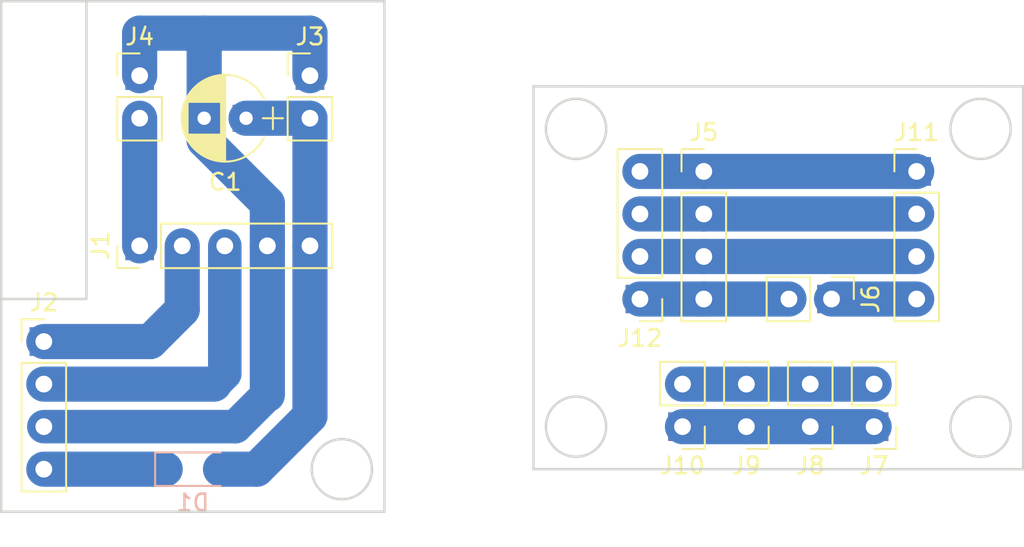
<source format=kicad_pcb>
(kicad_pcb (version 4) (host pcbnew 4.0.7)

  (general
    (links 27)
    (no_connects 1)
    (area 134.544999 85.014999 195.655001 117.915)
    (thickness 1.6)
    (drawings 23)
    (tracks 54)
    (zones 0)
    (modules 14)
    (nets 13)
  )

  (page A4)
  (layers
    (0 F.Cu signal)
    (31 B.Cu signal)
    (32 B.Adhes user)
    (33 F.Adhes user)
    (34 B.Paste user)
    (35 F.Paste user)
    (36 B.SilkS user)
    (37 F.SilkS user)
    (38 B.Mask user)
    (39 F.Mask user)
    (40 Dwgs.User user)
    (41 Cmts.User user)
    (42 Eco1.User user)
    (43 Eco2.User user)
    (44 Edge.Cuts user)
    (45 Margin user)
    (46 B.CrtYd user)
    (47 F.CrtYd user)
    (48 B.Fab user)
    (49 F.Fab user)
  )

  (setup
    (last_trace_width 2.1)
    (trace_clearance 0.2)
    (zone_clearance 0.508)
    (zone_45_only no)
    (trace_min 0.2)
    (segment_width 0.2)
    (edge_width 0.15)
    (via_size 0.6)
    (via_drill 0.4)
    (via_min_size 0.4)
    (via_min_drill 0.3)
    (uvia_size 0.3)
    (uvia_drill 0.1)
    (uvias_allowed no)
    (uvia_min_size 0.2)
    (uvia_min_drill 0.1)
    (pcb_text_width 0.3)
    (pcb_text_size 1.5 1.5)
    (mod_edge_width 0.15)
    (mod_text_size 1 1)
    (mod_text_width 0.15)
    (pad_size 1.524 1.524)
    (pad_drill 0.762)
    (pad_to_mask_clearance 0.2)
    (aux_axis_origin 0 0)
    (visible_elements FFFFFF7F)
    (pcbplotparams
      (layerselection 0x00030_80000001)
      (usegerberextensions false)
      (excludeedgelayer true)
      (linewidth 0.100000)
      (plotframeref false)
      (viasonmask false)
      (mode 1)
      (useauxorigin false)
      (hpglpennumber 1)
      (hpglpenspeed 20)
      (hpglpendiameter 15)
      (hpglpenoverlay 2)
      (psnegative false)
      (psa4output false)
      (plotreference true)
      (plotvalue true)
      (plotinvisibletext false)
      (padsonsilk false)
      (subtractmaskfromsilk false)
      (outputformat 1)
      (mirror false)
      (drillshape 1)
      (scaleselection 1)
      (outputdirectory ""))
  )

  (net 0 "")
  (net 1 /VCC)
  (net 2 /GND)
  (net 3 /SET)
  (net 4 /TXD)
  (net 5 /RXD)
  (net 6 "Net-(J11-Pad1)")
  (net 7 "Net-(J11-Pad2)")
  (net 8 "Net-(J11-Pad3)")
  (net 9 "Net-(J12-Pad1)")
  (net 10 "Net-(J11-Pad4)")
  (net 11 "Net-(J10-Pad1)")
  (net 12 "Net-(J10-Pad2)")

  (net_class Default "Это класс цепей по умолчанию."
    (clearance 0.2)
    (trace_width 2.1)
    (via_dia 0.6)
    (via_drill 0.4)
    (uvia_dia 0.3)
    (uvia_drill 0.1)
    (add_net /GND)
    (add_net /RXD)
    (add_net /SET)
    (add_net /TXD)
    (add_net /VCC)
    (add_net "Net-(J10-Pad1)")
    (add_net "Net-(J10-Pad2)")
    (add_net "Net-(J11-Pad1)")
    (add_net "Net-(J11-Pad2)")
    (add_net "Net-(J11-Pad3)")
    (add_net "Net-(J11-Pad4)")
    (add_net "Net-(J12-Pad1)")
  )

  (module Capacitors_ThroughHole:CP_Radial_D5.0mm_P2.50mm (layer F.Cu) (tedit 597BC7C2) (tstamp 5AE10A8A)
    (at 149.225 92.075 180)
    (descr "CP, Radial series, Radial, pin pitch=2.50mm, , diameter=5mm, Electrolytic Capacitor")
    (tags "CP Radial series Radial pin pitch 2.50mm  diameter 5mm Electrolytic Capacitor")
    (path /5AE0FC1E)
    (fp_text reference C1 (at 1.25 -3.81 180) (layer F.SilkS)
      (effects (font (size 1 1) (thickness 0.15)))
    )
    (fp_text value CP (at 1.25 3.81 180) (layer F.Fab)
      (effects (font (size 1 1) (thickness 0.15)))
    )
    (fp_arc (start 1.25 0) (end -1.05558 -1.18) (angle 125.8) (layer F.SilkS) (width 0.12))
    (fp_arc (start 1.25 0) (end -1.05558 1.18) (angle -125.8) (layer F.SilkS) (width 0.12))
    (fp_arc (start 1.25 0) (end 3.55558 -1.18) (angle 54.2) (layer F.SilkS) (width 0.12))
    (fp_circle (center 1.25 0) (end 3.75 0) (layer F.Fab) (width 0.1))
    (fp_line (start -2.2 0) (end -1 0) (layer F.Fab) (width 0.1))
    (fp_line (start -1.6 -0.65) (end -1.6 0.65) (layer F.Fab) (width 0.1))
    (fp_line (start 1.25 -2.55) (end 1.25 2.55) (layer F.SilkS) (width 0.12))
    (fp_line (start 1.29 -2.55) (end 1.29 2.55) (layer F.SilkS) (width 0.12))
    (fp_line (start 1.33 -2.549) (end 1.33 2.549) (layer F.SilkS) (width 0.12))
    (fp_line (start 1.37 -2.548) (end 1.37 2.548) (layer F.SilkS) (width 0.12))
    (fp_line (start 1.41 -2.546) (end 1.41 2.546) (layer F.SilkS) (width 0.12))
    (fp_line (start 1.45 -2.543) (end 1.45 2.543) (layer F.SilkS) (width 0.12))
    (fp_line (start 1.49 -2.539) (end 1.49 2.539) (layer F.SilkS) (width 0.12))
    (fp_line (start 1.53 -2.535) (end 1.53 -0.98) (layer F.SilkS) (width 0.12))
    (fp_line (start 1.53 0.98) (end 1.53 2.535) (layer F.SilkS) (width 0.12))
    (fp_line (start 1.57 -2.531) (end 1.57 -0.98) (layer F.SilkS) (width 0.12))
    (fp_line (start 1.57 0.98) (end 1.57 2.531) (layer F.SilkS) (width 0.12))
    (fp_line (start 1.61 -2.525) (end 1.61 -0.98) (layer F.SilkS) (width 0.12))
    (fp_line (start 1.61 0.98) (end 1.61 2.525) (layer F.SilkS) (width 0.12))
    (fp_line (start 1.65 -2.519) (end 1.65 -0.98) (layer F.SilkS) (width 0.12))
    (fp_line (start 1.65 0.98) (end 1.65 2.519) (layer F.SilkS) (width 0.12))
    (fp_line (start 1.69 -2.513) (end 1.69 -0.98) (layer F.SilkS) (width 0.12))
    (fp_line (start 1.69 0.98) (end 1.69 2.513) (layer F.SilkS) (width 0.12))
    (fp_line (start 1.73 -2.506) (end 1.73 -0.98) (layer F.SilkS) (width 0.12))
    (fp_line (start 1.73 0.98) (end 1.73 2.506) (layer F.SilkS) (width 0.12))
    (fp_line (start 1.77 -2.498) (end 1.77 -0.98) (layer F.SilkS) (width 0.12))
    (fp_line (start 1.77 0.98) (end 1.77 2.498) (layer F.SilkS) (width 0.12))
    (fp_line (start 1.81 -2.489) (end 1.81 -0.98) (layer F.SilkS) (width 0.12))
    (fp_line (start 1.81 0.98) (end 1.81 2.489) (layer F.SilkS) (width 0.12))
    (fp_line (start 1.85 -2.48) (end 1.85 -0.98) (layer F.SilkS) (width 0.12))
    (fp_line (start 1.85 0.98) (end 1.85 2.48) (layer F.SilkS) (width 0.12))
    (fp_line (start 1.89 -2.47) (end 1.89 -0.98) (layer F.SilkS) (width 0.12))
    (fp_line (start 1.89 0.98) (end 1.89 2.47) (layer F.SilkS) (width 0.12))
    (fp_line (start 1.93 -2.46) (end 1.93 -0.98) (layer F.SilkS) (width 0.12))
    (fp_line (start 1.93 0.98) (end 1.93 2.46) (layer F.SilkS) (width 0.12))
    (fp_line (start 1.971 -2.448) (end 1.971 -0.98) (layer F.SilkS) (width 0.12))
    (fp_line (start 1.971 0.98) (end 1.971 2.448) (layer F.SilkS) (width 0.12))
    (fp_line (start 2.011 -2.436) (end 2.011 -0.98) (layer F.SilkS) (width 0.12))
    (fp_line (start 2.011 0.98) (end 2.011 2.436) (layer F.SilkS) (width 0.12))
    (fp_line (start 2.051 -2.424) (end 2.051 -0.98) (layer F.SilkS) (width 0.12))
    (fp_line (start 2.051 0.98) (end 2.051 2.424) (layer F.SilkS) (width 0.12))
    (fp_line (start 2.091 -2.41) (end 2.091 -0.98) (layer F.SilkS) (width 0.12))
    (fp_line (start 2.091 0.98) (end 2.091 2.41) (layer F.SilkS) (width 0.12))
    (fp_line (start 2.131 -2.396) (end 2.131 -0.98) (layer F.SilkS) (width 0.12))
    (fp_line (start 2.131 0.98) (end 2.131 2.396) (layer F.SilkS) (width 0.12))
    (fp_line (start 2.171 -2.382) (end 2.171 -0.98) (layer F.SilkS) (width 0.12))
    (fp_line (start 2.171 0.98) (end 2.171 2.382) (layer F.SilkS) (width 0.12))
    (fp_line (start 2.211 -2.366) (end 2.211 -0.98) (layer F.SilkS) (width 0.12))
    (fp_line (start 2.211 0.98) (end 2.211 2.366) (layer F.SilkS) (width 0.12))
    (fp_line (start 2.251 -2.35) (end 2.251 -0.98) (layer F.SilkS) (width 0.12))
    (fp_line (start 2.251 0.98) (end 2.251 2.35) (layer F.SilkS) (width 0.12))
    (fp_line (start 2.291 -2.333) (end 2.291 -0.98) (layer F.SilkS) (width 0.12))
    (fp_line (start 2.291 0.98) (end 2.291 2.333) (layer F.SilkS) (width 0.12))
    (fp_line (start 2.331 -2.315) (end 2.331 -0.98) (layer F.SilkS) (width 0.12))
    (fp_line (start 2.331 0.98) (end 2.331 2.315) (layer F.SilkS) (width 0.12))
    (fp_line (start 2.371 -2.296) (end 2.371 -0.98) (layer F.SilkS) (width 0.12))
    (fp_line (start 2.371 0.98) (end 2.371 2.296) (layer F.SilkS) (width 0.12))
    (fp_line (start 2.411 -2.276) (end 2.411 -0.98) (layer F.SilkS) (width 0.12))
    (fp_line (start 2.411 0.98) (end 2.411 2.276) (layer F.SilkS) (width 0.12))
    (fp_line (start 2.451 -2.256) (end 2.451 -0.98) (layer F.SilkS) (width 0.12))
    (fp_line (start 2.451 0.98) (end 2.451 2.256) (layer F.SilkS) (width 0.12))
    (fp_line (start 2.491 -2.234) (end 2.491 -0.98) (layer F.SilkS) (width 0.12))
    (fp_line (start 2.491 0.98) (end 2.491 2.234) (layer F.SilkS) (width 0.12))
    (fp_line (start 2.531 -2.212) (end 2.531 -0.98) (layer F.SilkS) (width 0.12))
    (fp_line (start 2.531 0.98) (end 2.531 2.212) (layer F.SilkS) (width 0.12))
    (fp_line (start 2.571 -2.189) (end 2.571 -0.98) (layer F.SilkS) (width 0.12))
    (fp_line (start 2.571 0.98) (end 2.571 2.189) (layer F.SilkS) (width 0.12))
    (fp_line (start 2.611 -2.165) (end 2.611 -0.98) (layer F.SilkS) (width 0.12))
    (fp_line (start 2.611 0.98) (end 2.611 2.165) (layer F.SilkS) (width 0.12))
    (fp_line (start 2.651 -2.14) (end 2.651 -0.98) (layer F.SilkS) (width 0.12))
    (fp_line (start 2.651 0.98) (end 2.651 2.14) (layer F.SilkS) (width 0.12))
    (fp_line (start 2.691 -2.113) (end 2.691 -0.98) (layer F.SilkS) (width 0.12))
    (fp_line (start 2.691 0.98) (end 2.691 2.113) (layer F.SilkS) (width 0.12))
    (fp_line (start 2.731 -2.086) (end 2.731 -0.98) (layer F.SilkS) (width 0.12))
    (fp_line (start 2.731 0.98) (end 2.731 2.086) (layer F.SilkS) (width 0.12))
    (fp_line (start 2.771 -2.058) (end 2.771 -0.98) (layer F.SilkS) (width 0.12))
    (fp_line (start 2.771 0.98) (end 2.771 2.058) (layer F.SilkS) (width 0.12))
    (fp_line (start 2.811 -2.028) (end 2.811 -0.98) (layer F.SilkS) (width 0.12))
    (fp_line (start 2.811 0.98) (end 2.811 2.028) (layer F.SilkS) (width 0.12))
    (fp_line (start 2.851 -1.997) (end 2.851 -0.98) (layer F.SilkS) (width 0.12))
    (fp_line (start 2.851 0.98) (end 2.851 1.997) (layer F.SilkS) (width 0.12))
    (fp_line (start 2.891 -1.965) (end 2.891 -0.98) (layer F.SilkS) (width 0.12))
    (fp_line (start 2.891 0.98) (end 2.891 1.965) (layer F.SilkS) (width 0.12))
    (fp_line (start 2.931 -1.932) (end 2.931 -0.98) (layer F.SilkS) (width 0.12))
    (fp_line (start 2.931 0.98) (end 2.931 1.932) (layer F.SilkS) (width 0.12))
    (fp_line (start 2.971 -1.897) (end 2.971 -0.98) (layer F.SilkS) (width 0.12))
    (fp_line (start 2.971 0.98) (end 2.971 1.897) (layer F.SilkS) (width 0.12))
    (fp_line (start 3.011 -1.861) (end 3.011 -0.98) (layer F.SilkS) (width 0.12))
    (fp_line (start 3.011 0.98) (end 3.011 1.861) (layer F.SilkS) (width 0.12))
    (fp_line (start 3.051 -1.823) (end 3.051 -0.98) (layer F.SilkS) (width 0.12))
    (fp_line (start 3.051 0.98) (end 3.051 1.823) (layer F.SilkS) (width 0.12))
    (fp_line (start 3.091 -1.783) (end 3.091 -0.98) (layer F.SilkS) (width 0.12))
    (fp_line (start 3.091 0.98) (end 3.091 1.783) (layer F.SilkS) (width 0.12))
    (fp_line (start 3.131 -1.742) (end 3.131 -0.98) (layer F.SilkS) (width 0.12))
    (fp_line (start 3.131 0.98) (end 3.131 1.742) (layer F.SilkS) (width 0.12))
    (fp_line (start 3.171 -1.699) (end 3.171 -0.98) (layer F.SilkS) (width 0.12))
    (fp_line (start 3.171 0.98) (end 3.171 1.699) (layer F.SilkS) (width 0.12))
    (fp_line (start 3.211 -1.654) (end 3.211 -0.98) (layer F.SilkS) (width 0.12))
    (fp_line (start 3.211 0.98) (end 3.211 1.654) (layer F.SilkS) (width 0.12))
    (fp_line (start 3.251 -1.606) (end 3.251 -0.98) (layer F.SilkS) (width 0.12))
    (fp_line (start 3.251 0.98) (end 3.251 1.606) (layer F.SilkS) (width 0.12))
    (fp_line (start 3.291 -1.556) (end 3.291 -0.98) (layer F.SilkS) (width 0.12))
    (fp_line (start 3.291 0.98) (end 3.291 1.556) (layer F.SilkS) (width 0.12))
    (fp_line (start 3.331 -1.504) (end 3.331 -0.98) (layer F.SilkS) (width 0.12))
    (fp_line (start 3.331 0.98) (end 3.331 1.504) (layer F.SilkS) (width 0.12))
    (fp_line (start 3.371 -1.448) (end 3.371 -0.98) (layer F.SilkS) (width 0.12))
    (fp_line (start 3.371 0.98) (end 3.371 1.448) (layer F.SilkS) (width 0.12))
    (fp_line (start 3.411 -1.39) (end 3.411 -0.98) (layer F.SilkS) (width 0.12))
    (fp_line (start 3.411 0.98) (end 3.411 1.39) (layer F.SilkS) (width 0.12))
    (fp_line (start 3.451 -1.327) (end 3.451 -0.98) (layer F.SilkS) (width 0.12))
    (fp_line (start 3.451 0.98) (end 3.451 1.327) (layer F.SilkS) (width 0.12))
    (fp_line (start 3.491 -1.261) (end 3.491 1.261) (layer F.SilkS) (width 0.12))
    (fp_line (start 3.531 -1.189) (end 3.531 1.189) (layer F.SilkS) (width 0.12))
    (fp_line (start 3.571 -1.112) (end 3.571 1.112) (layer F.SilkS) (width 0.12))
    (fp_line (start 3.611 -1.028) (end 3.611 1.028) (layer F.SilkS) (width 0.12))
    (fp_line (start 3.651 -0.934) (end 3.651 0.934) (layer F.SilkS) (width 0.12))
    (fp_line (start 3.691 -0.829) (end 3.691 0.829) (layer F.SilkS) (width 0.12))
    (fp_line (start 3.731 -0.707) (end 3.731 0.707) (layer F.SilkS) (width 0.12))
    (fp_line (start 3.771 -0.559) (end 3.771 0.559) (layer F.SilkS) (width 0.12))
    (fp_line (start 3.811 -0.354) (end 3.811 0.354) (layer F.SilkS) (width 0.12))
    (fp_line (start -2.2 0) (end -1 0) (layer F.SilkS) (width 0.12))
    (fp_line (start -1.6 -0.65) (end -1.6 0.65) (layer F.SilkS) (width 0.12))
    (fp_line (start -1.6 -2.85) (end -1.6 2.85) (layer F.CrtYd) (width 0.05))
    (fp_line (start -1.6 2.85) (end 4.1 2.85) (layer F.CrtYd) (width 0.05))
    (fp_line (start 4.1 2.85) (end 4.1 -2.85) (layer F.CrtYd) (width 0.05))
    (fp_line (start 4.1 -2.85) (end -1.6 -2.85) (layer F.CrtYd) (width 0.05))
    (fp_text user %R (at 1.25 0 180) (layer F.Fab)
      (effects (font (size 1 1) (thickness 0.15)))
    )
    (pad 1 thru_hole rect (at 0 0 180) (size 1.6 1.6) (drill 0.8) (layers *.Cu *.Mask)
      (net 1 /VCC))
    (pad 2 thru_hole circle (at 2.5 0 180) (size 1.6 1.6) (drill 0.8) (layers *.Cu *.Mask)
      (net 2 /GND))
    (model ${KISYS3DMOD}/Capacitors_THT.3dshapes/CP_Radial_D5.0mm_P2.50mm.wrl
      (at (xyz 0 0 0))
      (scale (xyz 1 1 1))
      (rotate (xyz 0 0 0))
    )
  )

  (module Socket_Strips:Socket_Strip_Straight_1x05_Pitch2.54mm (layer F.Cu) (tedit 58CD5446) (tstamp 5AE10A93)
    (at 142.875 99.695 90)
    (descr "Through hole straight socket strip, 1x05, 2.54mm pitch, single row")
    (tags "Through hole socket strip THT 1x05 2.54mm single row")
    (path /5AE0FB06)
    (fp_text reference J1 (at 0 -2.33 90) (layer F.SilkS)
      (effects (font (size 1 1) (thickness 0.15)))
    )
    (fp_text value HC-12 (at 0 12.49 90) (layer F.Fab)
      (effects (font (size 1 1) (thickness 0.15)))
    )
    (fp_line (start -1.27 -1.27) (end -1.27 11.43) (layer F.Fab) (width 0.1))
    (fp_line (start -1.27 11.43) (end 1.27 11.43) (layer F.Fab) (width 0.1))
    (fp_line (start 1.27 11.43) (end 1.27 -1.27) (layer F.Fab) (width 0.1))
    (fp_line (start 1.27 -1.27) (end -1.27 -1.27) (layer F.Fab) (width 0.1))
    (fp_line (start -1.33 1.27) (end -1.33 11.49) (layer F.SilkS) (width 0.12))
    (fp_line (start -1.33 11.49) (end 1.33 11.49) (layer F.SilkS) (width 0.12))
    (fp_line (start 1.33 11.49) (end 1.33 1.27) (layer F.SilkS) (width 0.12))
    (fp_line (start 1.33 1.27) (end -1.33 1.27) (layer F.SilkS) (width 0.12))
    (fp_line (start -1.33 0) (end -1.33 -1.33) (layer F.SilkS) (width 0.12))
    (fp_line (start -1.33 -1.33) (end 0 -1.33) (layer F.SilkS) (width 0.12))
    (fp_line (start -1.8 -1.8) (end -1.8 11.95) (layer F.CrtYd) (width 0.05))
    (fp_line (start -1.8 11.95) (end 1.8 11.95) (layer F.CrtYd) (width 0.05))
    (fp_line (start 1.8 11.95) (end 1.8 -1.8) (layer F.CrtYd) (width 0.05))
    (fp_line (start 1.8 -1.8) (end -1.8 -1.8) (layer F.CrtYd) (width 0.05))
    (fp_text user %R (at 0 -2.33 90) (layer F.Fab)
      (effects (font (size 1 1) (thickness 0.15)))
    )
    (pad 1 thru_hole rect (at 0 0 90) (size 1.7 1.7) (drill 1) (layers *.Cu *.Mask)
      (net 3 /SET))
    (pad 2 thru_hole oval (at 0 2.54 90) (size 1.7 1.7) (drill 1) (layers *.Cu *.Mask)
      (net 4 /TXD))
    (pad 3 thru_hole oval (at 0 5.08 90) (size 1.7 1.7) (drill 1) (layers *.Cu *.Mask)
      (net 5 /RXD))
    (pad 4 thru_hole oval (at 0 7.62 90) (size 1.7 1.7) (drill 1) (layers *.Cu *.Mask)
      (net 2 /GND))
    (pad 5 thru_hole oval (at 0 10.16 90) (size 1.7 1.7) (drill 1) (layers *.Cu *.Mask)
      (net 1 /VCC))
    (model ${KISYS3DMOD}/Socket_Strips.3dshapes/Socket_Strip_Straight_1x05_Pitch2.54mm.wrl
      (at (xyz 0 -0.2 0))
      (scale (xyz 1 1 1))
      (rotate (xyz 0 0 270))
    )
  )

  (module Socket_Strips:Socket_Strip_Straight_1x02_Pitch2.54mm (layer F.Cu) (tedit 58CD5446) (tstamp 5AE10AA6)
    (at 142.875 89.535)
    (descr "Through hole straight socket strip, 1x02, 2.54mm pitch, single row")
    (tags "Through hole socket strip THT 1x02 2.54mm single row")
    (path /5AE115BF)
    (fp_text reference J4 (at 0 -2.33) (layer F.SilkS)
      (effects (font (size 1 1) (thickness 0.15)))
    )
    (fp_text value Control (at 0 4.87) (layer F.Fab)
      (effects (font (size 1 1) (thickness 0.15)))
    )
    (fp_line (start -1.27 -1.27) (end -1.27 3.81) (layer F.Fab) (width 0.1))
    (fp_line (start -1.27 3.81) (end 1.27 3.81) (layer F.Fab) (width 0.1))
    (fp_line (start 1.27 3.81) (end 1.27 -1.27) (layer F.Fab) (width 0.1))
    (fp_line (start 1.27 -1.27) (end -1.27 -1.27) (layer F.Fab) (width 0.1))
    (fp_line (start -1.33 1.27) (end -1.33 3.87) (layer F.SilkS) (width 0.12))
    (fp_line (start -1.33 3.87) (end 1.33 3.87) (layer F.SilkS) (width 0.12))
    (fp_line (start 1.33 3.87) (end 1.33 1.27) (layer F.SilkS) (width 0.12))
    (fp_line (start 1.33 1.27) (end -1.33 1.27) (layer F.SilkS) (width 0.12))
    (fp_line (start -1.33 0) (end -1.33 -1.33) (layer F.SilkS) (width 0.12))
    (fp_line (start -1.33 -1.33) (end 0 -1.33) (layer F.SilkS) (width 0.12))
    (fp_line (start -1.8 -1.8) (end -1.8 4.35) (layer F.CrtYd) (width 0.05))
    (fp_line (start -1.8 4.35) (end 1.8 4.35) (layer F.CrtYd) (width 0.05))
    (fp_line (start 1.8 4.35) (end 1.8 -1.8) (layer F.CrtYd) (width 0.05))
    (fp_line (start 1.8 -1.8) (end -1.8 -1.8) (layer F.CrtYd) (width 0.05))
    (fp_text user %R (at 0 -2.33) (layer F.Fab)
      (effects (font (size 1 1) (thickness 0.15)))
    )
    (pad 1 thru_hole rect (at 0 0) (size 1.7 1.7) (drill 1) (layers *.Cu *.Mask)
      (net 2 /GND))
    (pad 2 thru_hole oval (at 0 2.54) (size 1.7 1.7) (drill 1) (layers *.Cu *.Mask)
      (net 3 /SET))
    (model ${KISYS3DMOD}/Socket_Strips.3dshapes/Socket_Strip_Straight_1x02_Pitch2.54mm.wrl
      (at (xyz 0 -0.05 0))
      (scale (xyz 1 1 1))
      (rotate (xyz 0 0 270))
    )
  )

  (module Diodes_SMD:D_SOD-123 (layer B.Cu) (tedit 58645DC7) (tstamp 5AE20BCD)
    (at 146.05 113.03)
    (descr SOD-123)
    (tags SOD-123)
    (path /5AE1E09E)
    (attr smd)
    (fp_text reference D1 (at 0 2) (layer B.SilkS)
      (effects (font (size 1 1) (thickness 0.15)) (justify mirror))
    )
    (fp_text value D_Small (at 0 -2.1) (layer B.Fab)
      (effects (font (size 1 1) (thickness 0.15)) (justify mirror))
    )
    (fp_text user %R (at 0 2) (layer B.Fab)
      (effects (font (size 1 1) (thickness 0.15)) (justify mirror))
    )
    (fp_line (start -2.25 1) (end -2.25 -1) (layer B.SilkS) (width 0.12))
    (fp_line (start 0.25 0) (end 0.75 0) (layer B.Fab) (width 0.1))
    (fp_line (start 0.25 -0.4) (end -0.35 0) (layer B.Fab) (width 0.1))
    (fp_line (start 0.25 0.4) (end 0.25 -0.4) (layer B.Fab) (width 0.1))
    (fp_line (start -0.35 0) (end 0.25 0.4) (layer B.Fab) (width 0.1))
    (fp_line (start -0.35 0) (end -0.35 -0.55) (layer B.Fab) (width 0.1))
    (fp_line (start -0.35 0) (end -0.35 0.55) (layer B.Fab) (width 0.1))
    (fp_line (start -0.75 0) (end -0.35 0) (layer B.Fab) (width 0.1))
    (fp_line (start -1.4 -0.9) (end -1.4 0.9) (layer B.Fab) (width 0.1))
    (fp_line (start 1.4 -0.9) (end -1.4 -0.9) (layer B.Fab) (width 0.1))
    (fp_line (start 1.4 0.9) (end 1.4 -0.9) (layer B.Fab) (width 0.1))
    (fp_line (start -1.4 0.9) (end 1.4 0.9) (layer B.Fab) (width 0.1))
    (fp_line (start -2.35 1.15) (end 2.35 1.15) (layer B.CrtYd) (width 0.05))
    (fp_line (start 2.35 1.15) (end 2.35 -1.15) (layer B.CrtYd) (width 0.05))
    (fp_line (start 2.35 -1.15) (end -2.35 -1.15) (layer B.CrtYd) (width 0.05))
    (fp_line (start -2.35 1.15) (end -2.35 -1.15) (layer B.CrtYd) (width 0.05))
    (fp_line (start -2.25 -1) (end 1.65 -1) (layer B.SilkS) (width 0.12))
    (fp_line (start -2.25 1) (end 1.65 1) (layer B.SilkS) (width 0.12))
    (pad 1 smd rect (at -1.65 0) (size 0.9 1.2) (layers B.Cu B.Paste B.Mask)
      (net 1 /VCC))
    (pad 2 smd rect (at 1.65 0) (size 0.9 1.2) (layers B.Cu B.Paste B.Mask)
      (net 1 /VCC))
    (model ${KISYS3DMOD}/Diodes_SMD.3dshapes/D_SOD-123.wrl
      (at (xyz 0 0 0))
      (scale (xyz 1 1 1))
      (rotate (xyz 0 0 0))
    )
  )

  (module Pin_Headers:Pin_Header_Straight_1x04_Pitch2.54mm (layer F.Cu) (tedit 5AE30132) (tstamp 5AE20C51)
    (at 137.16 105.41)
    (descr "Through hole straight pin header, 1x04, 2.54mm pitch, single row")
    (tags "Through hole pin header THT 1x04 2.54mm single row")
    (path /5AE1E054)
    (fp_text reference J2 (at 0 -2.33) (layer F.SilkS)
      (effects (font (size 1 1) (thickness 0.15)))
    )
    (fp_text value Raspberry (at 0 -8.89 90) (layer F.Fab)
      (effects (font (size 1 1) (thickness 0.15)))
    )
    (fp_line (start -0.635 -1.27) (end 1.27 -1.27) (layer F.Fab) (width 0.1))
    (fp_line (start 1.27 -1.27) (end 1.27 8.89) (layer F.Fab) (width 0.1))
    (fp_line (start 1.27 8.89) (end -1.27 8.89) (layer F.Fab) (width 0.1))
    (fp_line (start -1.27 8.89) (end -1.27 -0.635) (layer F.Fab) (width 0.1))
    (fp_line (start -1.27 -0.635) (end -0.635 -1.27) (layer F.Fab) (width 0.1))
    (fp_line (start -1.33 8.95) (end 1.33 8.95) (layer F.SilkS) (width 0.12))
    (fp_line (start -1.33 1.27) (end -1.33 8.95) (layer F.SilkS) (width 0.12))
    (fp_line (start 1.33 1.27) (end 1.33 8.95) (layer F.SilkS) (width 0.12))
    (fp_line (start -1.33 1.27) (end 1.33 1.27) (layer F.SilkS) (width 0.12))
    (fp_line (start -1.33 0) (end -1.33 -1.33) (layer F.SilkS) (width 0.12))
    (fp_line (start -1.33 -1.33) (end 0 -1.33) (layer F.SilkS) (width 0.12))
    (fp_line (start -1.8 -1.8) (end -1.8 9.4) (layer F.CrtYd) (width 0.05))
    (fp_line (start -1.8 9.4) (end 1.8 9.4) (layer F.CrtYd) (width 0.05))
    (fp_line (start 1.8 9.4) (end 1.8 -1.8) (layer F.CrtYd) (width 0.05))
    (fp_line (start 1.8 -1.8) (end -1.8 -1.8) (layer F.CrtYd) (width 0.05))
    (fp_text user %R (at 0 3.81 90) (layer F.Fab)
      (effects (font (size 1 1) (thickness 0.15)))
    )
    (pad 1 thru_hole rect (at 0 0) (size 1.7 1.7) (drill 1) (layers *.Cu *.Mask)
      (net 4 /TXD))
    (pad 2 thru_hole oval (at 0 2.54) (size 1.7 1.7) (drill 1) (layers *.Cu *.Mask)
      (net 5 /RXD))
    (pad 3 thru_hole oval (at 0 5.08) (size 1.7 1.7) (drill 1) (layers *.Cu *.Mask)
      (net 2 /GND))
    (pad 4 thru_hole oval (at 0 7.62) (size 1.7 1.7) (drill 1) (layers *.Cu *.Mask)
      (net 1 /VCC))
    (model ${KISYS3DMOD}/Pin_Headers.3dshapes/Pin_Header_Straight_1x04_Pitch2.54mm.wrl
      (at (xyz 0 0 0))
      (scale (xyz 1 1 1))
      (rotate (xyz 0 0 0))
    )
  )

  (module Pin_Headers:Pin_Header_Straight_1x02_Pitch2.54mm (layer F.Cu) (tedit 59650532) (tstamp 5AE20C68)
    (at 153.035 89.535)
    (descr "Through hole straight pin header, 1x02, 2.54mm pitch, single row")
    (tags "Through hole pin header THT 1x02 2.54mm single row")
    (path /5AE11457)
    (fp_text reference J3 (at 0 -2.33) (layer F.SilkS)
      (effects (font (size 1 1) (thickness 0.15)))
    )
    (fp_text value Power (at 0 4.87) (layer F.Fab)
      (effects (font (size 1 1) (thickness 0.15)))
    )
    (fp_line (start -0.635 -1.27) (end 1.27 -1.27) (layer F.Fab) (width 0.1))
    (fp_line (start 1.27 -1.27) (end 1.27 3.81) (layer F.Fab) (width 0.1))
    (fp_line (start 1.27 3.81) (end -1.27 3.81) (layer F.Fab) (width 0.1))
    (fp_line (start -1.27 3.81) (end -1.27 -0.635) (layer F.Fab) (width 0.1))
    (fp_line (start -1.27 -0.635) (end -0.635 -1.27) (layer F.Fab) (width 0.1))
    (fp_line (start -1.33 3.87) (end 1.33 3.87) (layer F.SilkS) (width 0.12))
    (fp_line (start -1.33 1.27) (end -1.33 3.87) (layer F.SilkS) (width 0.12))
    (fp_line (start 1.33 1.27) (end 1.33 3.87) (layer F.SilkS) (width 0.12))
    (fp_line (start -1.33 1.27) (end 1.33 1.27) (layer F.SilkS) (width 0.12))
    (fp_line (start -1.33 0) (end -1.33 -1.33) (layer F.SilkS) (width 0.12))
    (fp_line (start -1.33 -1.33) (end 0 -1.33) (layer F.SilkS) (width 0.12))
    (fp_line (start -1.8 -1.8) (end -1.8 4.35) (layer F.CrtYd) (width 0.05))
    (fp_line (start -1.8 4.35) (end 1.8 4.35) (layer F.CrtYd) (width 0.05))
    (fp_line (start 1.8 4.35) (end 1.8 -1.8) (layer F.CrtYd) (width 0.05))
    (fp_line (start 1.8 -1.8) (end -1.8 -1.8) (layer F.CrtYd) (width 0.05))
    (fp_text user %R (at 0 1.27 90) (layer F.Fab)
      (effects (font (size 1 1) (thickness 0.15)))
    )
    (pad 1 thru_hole rect (at 0 0) (size 1.7 1.7) (drill 1) (layers *.Cu *.Mask)
      (net 2 /GND))
    (pad 2 thru_hole oval (at 0 2.54) (size 1.7 1.7) (drill 1) (layers *.Cu *.Mask)
      (net 1 /VCC))
    (model ${KISYS3DMOD}/Pin_Headers.3dshapes/Pin_Header_Straight_1x02_Pitch2.54mm.wrl
      (at (xyz 0 0 0))
      (scale (xyz 1 1 1))
      (rotate (xyz 0 0 0))
    )
  )

  (module Pin_Headers:Pin_Header_Straight_1x04_Pitch2.54mm (layer F.Cu) (tedit 5AE30767) (tstamp 5AE2FFFA)
    (at 176.53 95.25)
    (descr "Through hole straight pin header, 1x04, 2.54mm pitch, single row")
    (tags "Through hole pin header THT 1x04 2.54mm single row")
    (path /5AE2FDC1)
    (fp_text reference J5 (at 0 -2.33) (layer F.SilkS)
      (effects (font (size 1 1) (thickness 0.15)))
    )
    (fp_text value OTG (at -7.62 3.81 270) (layer F.Fab)
      (effects (font (size 1 1) (thickness 0.15)))
    )
    (fp_line (start -0.635 -1.27) (end 1.27 -1.27) (layer F.Fab) (width 0.1))
    (fp_line (start 1.27 -1.27) (end 1.27 8.89) (layer F.Fab) (width 0.1))
    (fp_line (start 1.27 8.89) (end -1.27 8.89) (layer F.Fab) (width 0.1))
    (fp_line (start -1.27 8.89) (end -1.27 -0.635) (layer F.Fab) (width 0.1))
    (fp_line (start -1.27 -0.635) (end -0.635 -1.27) (layer F.Fab) (width 0.1))
    (fp_line (start -1.33 8.95) (end 1.33 8.95) (layer F.SilkS) (width 0.12))
    (fp_line (start -1.33 1.27) (end -1.33 8.95) (layer F.SilkS) (width 0.12))
    (fp_line (start 1.33 1.27) (end 1.33 8.95) (layer F.SilkS) (width 0.12))
    (fp_line (start -1.33 1.27) (end 1.33 1.27) (layer F.SilkS) (width 0.12))
    (fp_line (start -1.33 0) (end -1.33 -1.33) (layer F.SilkS) (width 0.12))
    (fp_line (start -1.33 -1.33) (end 0 -1.33) (layer F.SilkS) (width 0.12))
    (fp_line (start -1.8 -1.8) (end -1.8 9.4) (layer F.CrtYd) (width 0.05))
    (fp_line (start -1.8 9.4) (end 1.8 9.4) (layer F.CrtYd) (width 0.05))
    (fp_line (start 1.8 9.4) (end 1.8 -1.8) (layer F.CrtYd) (width 0.05))
    (fp_line (start 1.8 -1.8) (end -1.8 -1.8) (layer F.CrtYd) (width 0.05))
    (fp_text user %R (at 0 3.81 90) (layer F.Fab)
      (effects (font (size 1 1) (thickness 0.15)))
    )
    (pad 1 thru_hole rect (at 0 0) (size 1.7 1.7) (drill 1) (layers *.Cu *.Mask)
      (net 6 "Net-(J11-Pad1)"))
    (pad 2 thru_hole oval (at 0 2.54) (size 1.7 1.7) (drill 1) (layers *.Cu *.Mask)
      (net 7 "Net-(J11-Pad2)"))
    (pad 3 thru_hole oval (at 0 5.08) (size 1.7 1.7) (drill 1) (layers *.Cu *.Mask)
      (net 8 "Net-(J11-Pad3)"))
    (pad 4 thru_hole oval (at 0 7.62) (size 1.7 1.7) (drill 1) (layers *.Cu *.Mask)
      (net 9 "Net-(J12-Pad1)"))
    (model ${KISYS3DMOD}/Pin_Headers.3dshapes/Pin_Header_Straight_1x04_Pitch2.54mm.wrl
      (at (xyz 0 0 0))
      (scale (xyz 1 1 1))
      (rotate (xyz 0 0 0))
    )
  )

  (module Pin_Headers:Pin_Header_Straight_1x02_Pitch2.54mm (layer F.Cu) (tedit 5AE3073E) (tstamp 5AE30000)
    (at 184.15 102.87 270)
    (descr "Through hole straight pin header, 1x02, 2.54mm pitch, single row")
    (tags "Through hole pin header THT 1x02 2.54mm single row")
    (path /5AE2FECC)
    (fp_text reference J6 (at 0 -2.33 270) (layer F.SilkS)
      (effects (font (size 1 1) (thickness 0.15)))
    )
    (fp_text value Switch (at -2.54 1.27 360) (layer F.Fab)
      (effects (font (size 1 1) (thickness 0.15)))
    )
    (fp_line (start -0.635 -1.27) (end 1.27 -1.27) (layer F.Fab) (width 0.1))
    (fp_line (start 1.27 -1.27) (end 1.27 3.81) (layer F.Fab) (width 0.1))
    (fp_line (start 1.27 3.81) (end -1.27 3.81) (layer F.Fab) (width 0.1))
    (fp_line (start -1.27 3.81) (end -1.27 -0.635) (layer F.Fab) (width 0.1))
    (fp_line (start -1.27 -0.635) (end -0.635 -1.27) (layer F.Fab) (width 0.1))
    (fp_line (start -1.33 3.87) (end 1.33 3.87) (layer F.SilkS) (width 0.12))
    (fp_line (start -1.33 1.27) (end -1.33 3.87) (layer F.SilkS) (width 0.12))
    (fp_line (start 1.33 1.27) (end 1.33 3.87) (layer F.SilkS) (width 0.12))
    (fp_line (start -1.33 1.27) (end 1.33 1.27) (layer F.SilkS) (width 0.12))
    (fp_line (start -1.33 0) (end -1.33 -1.33) (layer F.SilkS) (width 0.12))
    (fp_line (start -1.33 -1.33) (end 0 -1.33) (layer F.SilkS) (width 0.12))
    (fp_line (start -1.8 -1.8) (end -1.8 4.35) (layer F.CrtYd) (width 0.05))
    (fp_line (start -1.8 4.35) (end 1.8 4.35) (layer F.CrtYd) (width 0.05))
    (fp_line (start 1.8 4.35) (end 1.8 -1.8) (layer F.CrtYd) (width 0.05))
    (fp_line (start 1.8 -1.8) (end -1.8 -1.8) (layer F.CrtYd) (width 0.05))
    (fp_text user %R (at 0 1.27 360) (layer F.Fab)
      (effects (font (size 1 1) (thickness 0.15)))
    )
    (pad 1 thru_hole rect (at 0 0 270) (size 1.7 1.7) (drill 1) (layers *.Cu *.Mask)
      (net 10 "Net-(J11-Pad4)"))
    (pad 2 thru_hole oval (at 0 2.54 270) (size 1.7 1.7) (drill 1) (layers *.Cu *.Mask)
      (net 9 "Net-(J12-Pad1)"))
    (model ${KISYS3DMOD}/Pin_Headers.3dshapes/Pin_Header_Straight_1x02_Pitch2.54mm.wrl
      (at (xyz 0 0 0))
      (scale (xyz 1 1 1))
      (rotate (xyz 0 0 0))
    )
  )

  (module Pin_Headers:Pin_Header_Straight_1x02_Pitch2.54mm (layer F.Cu) (tedit 5AE30757) (tstamp 5AE30006)
    (at 186.69 110.49 180)
    (descr "Through hole straight pin header, 1x02, 2.54mm pitch, single row")
    (tags "Through hole pin header THT 1x02 2.54mm single row")
    (path /5AE3048D)
    (fp_text reference J7 (at 0 -2.33 180) (layer F.SilkS)
      (effects (font (size 1 1) (thickness 0.15)))
    )
    (fp_text value Conn_01x02 (at -1.27 -3.81 180) (layer F.Fab)
      (effects (font (size 1 1) (thickness 0.15)))
    )
    (fp_line (start -0.635 -1.27) (end 1.27 -1.27) (layer F.Fab) (width 0.1))
    (fp_line (start 1.27 -1.27) (end 1.27 3.81) (layer F.Fab) (width 0.1))
    (fp_line (start 1.27 3.81) (end -1.27 3.81) (layer F.Fab) (width 0.1))
    (fp_line (start -1.27 3.81) (end -1.27 -0.635) (layer F.Fab) (width 0.1))
    (fp_line (start -1.27 -0.635) (end -0.635 -1.27) (layer F.Fab) (width 0.1))
    (fp_line (start -1.33 3.87) (end 1.33 3.87) (layer F.SilkS) (width 0.12))
    (fp_line (start -1.33 1.27) (end -1.33 3.87) (layer F.SilkS) (width 0.12))
    (fp_line (start 1.33 1.27) (end 1.33 3.87) (layer F.SilkS) (width 0.12))
    (fp_line (start -1.33 1.27) (end 1.33 1.27) (layer F.SilkS) (width 0.12))
    (fp_line (start -1.33 0) (end -1.33 -1.33) (layer F.SilkS) (width 0.12))
    (fp_line (start -1.33 -1.33) (end 0 -1.33) (layer F.SilkS) (width 0.12))
    (fp_line (start -1.8 -1.8) (end -1.8 4.35) (layer F.CrtYd) (width 0.05))
    (fp_line (start -1.8 4.35) (end 1.8 4.35) (layer F.CrtYd) (width 0.05))
    (fp_line (start 1.8 4.35) (end 1.8 -1.8) (layer F.CrtYd) (width 0.05))
    (fp_line (start 1.8 -1.8) (end -1.8 -1.8) (layer F.CrtYd) (width 0.05))
    (fp_text user %R (at 0 1.27 270) (layer F.Fab)
      (effects (font (size 1 1) (thickness 0.15)))
    )
    (pad 1 thru_hole rect (at 0 0 180) (size 1.7 1.7) (drill 1) (layers *.Cu *.Mask)
      (net 11 "Net-(J10-Pad1)"))
    (pad 2 thru_hole oval (at 0 2.54 180) (size 1.7 1.7) (drill 1) (layers *.Cu *.Mask)
      (net 12 "Net-(J10-Pad2)"))
    (model ${KISYS3DMOD}/Pin_Headers.3dshapes/Pin_Header_Straight_1x02_Pitch2.54mm.wrl
      (at (xyz 0 0 0))
      (scale (xyz 1 1 1))
      (rotate (xyz 0 0 0))
    )
  )

  (module Pin_Headers:Pin_Header_Straight_1x02_Pitch2.54mm (layer F.Cu) (tedit 5AE30752) (tstamp 5AE3000C)
    (at 182.88 110.49 180)
    (descr "Through hole straight pin header, 1x02, 2.54mm pitch, single row")
    (tags "Through hole pin header THT 1x02 2.54mm single row")
    (path /5AE304DA)
    (fp_text reference J8 (at 0 -2.33 180) (layer F.SilkS)
      (effects (font (size 1 1) (thickness 0.15)))
    )
    (fp_text value Conn_01x02 (at 0 -6.35 180) (layer F.Fab)
      (effects (font (size 1 1) (thickness 0.15)))
    )
    (fp_line (start -0.635 -1.27) (end 1.27 -1.27) (layer F.Fab) (width 0.1))
    (fp_line (start 1.27 -1.27) (end 1.27 3.81) (layer F.Fab) (width 0.1))
    (fp_line (start 1.27 3.81) (end -1.27 3.81) (layer F.Fab) (width 0.1))
    (fp_line (start -1.27 3.81) (end -1.27 -0.635) (layer F.Fab) (width 0.1))
    (fp_line (start -1.27 -0.635) (end -0.635 -1.27) (layer F.Fab) (width 0.1))
    (fp_line (start -1.33 3.87) (end 1.33 3.87) (layer F.SilkS) (width 0.12))
    (fp_line (start -1.33 1.27) (end -1.33 3.87) (layer F.SilkS) (width 0.12))
    (fp_line (start 1.33 1.27) (end 1.33 3.87) (layer F.SilkS) (width 0.12))
    (fp_line (start -1.33 1.27) (end 1.33 1.27) (layer F.SilkS) (width 0.12))
    (fp_line (start -1.33 0) (end -1.33 -1.33) (layer F.SilkS) (width 0.12))
    (fp_line (start -1.33 -1.33) (end 0 -1.33) (layer F.SilkS) (width 0.12))
    (fp_line (start -1.8 -1.8) (end -1.8 4.35) (layer F.CrtYd) (width 0.05))
    (fp_line (start -1.8 4.35) (end 1.8 4.35) (layer F.CrtYd) (width 0.05))
    (fp_line (start 1.8 4.35) (end 1.8 -1.8) (layer F.CrtYd) (width 0.05))
    (fp_line (start 1.8 -1.8) (end -1.8 -1.8) (layer F.CrtYd) (width 0.05))
    (fp_text user %R (at 0 1.27 270) (layer F.Fab)
      (effects (font (size 1 1) (thickness 0.15)))
    )
    (pad 1 thru_hole rect (at 0 0 180) (size 1.7 1.7) (drill 1) (layers *.Cu *.Mask)
      (net 11 "Net-(J10-Pad1)"))
    (pad 2 thru_hole oval (at 0 2.54 180) (size 1.7 1.7) (drill 1) (layers *.Cu *.Mask)
      (net 12 "Net-(J10-Pad2)"))
    (model ${KISYS3DMOD}/Pin_Headers.3dshapes/Pin_Header_Straight_1x02_Pitch2.54mm.wrl
      (at (xyz 0 0 0))
      (scale (xyz 1 1 1))
      (rotate (xyz 0 0 0))
    )
  )

  (module Pin_Headers:Pin_Header_Straight_1x02_Pitch2.54mm (layer F.Cu) (tedit 5AE30754) (tstamp 5AE30012)
    (at 179.07 110.49 180)
    (descr "Through hole straight pin header, 1x02, 2.54mm pitch, single row")
    (tags "Through hole pin header THT 1x02 2.54mm single row")
    (path /5AE30591)
    (fp_text reference J9 (at 0 -2.33 180) (layer F.SilkS)
      (effects (font (size 1 1) (thickness 0.15)))
    )
    (fp_text value Conn_01x02 (at 0 -5.08 180) (layer F.Fab)
      (effects (font (size 1 1) (thickness 0.15)))
    )
    (fp_line (start -0.635 -1.27) (end 1.27 -1.27) (layer F.Fab) (width 0.1))
    (fp_line (start 1.27 -1.27) (end 1.27 3.81) (layer F.Fab) (width 0.1))
    (fp_line (start 1.27 3.81) (end -1.27 3.81) (layer F.Fab) (width 0.1))
    (fp_line (start -1.27 3.81) (end -1.27 -0.635) (layer F.Fab) (width 0.1))
    (fp_line (start -1.27 -0.635) (end -0.635 -1.27) (layer F.Fab) (width 0.1))
    (fp_line (start -1.33 3.87) (end 1.33 3.87) (layer F.SilkS) (width 0.12))
    (fp_line (start -1.33 1.27) (end -1.33 3.87) (layer F.SilkS) (width 0.12))
    (fp_line (start 1.33 1.27) (end 1.33 3.87) (layer F.SilkS) (width 0.12))
    (fp_line (start -1.33 1.27) (end 1.33 1.27) (layer F.SilkS) (width 0.12))
    (fp_line (start -1.33 0) (end -1.33 -1.33) (layer F.SilkS) (width 0.12))
    (fp_line (start -1.33 -1.33) (end 0 -1.33) (layer F.SilkS) (width 0.12))
    (fp_line (start -1.8 -1.8) (end -1.8 4.35) (layer F.CrtYd) (width 0.05))
    (fp_line (start -1.8 4.35) (end 1.8 4.35) (layer F.CrtYd) (width 0.05))
    (fp_line (start 1.8 4.35) (end 1.8 -1.8) (layer F.CrtYd) (width 0.05))
    (fp_line (start 1.8 -1.8) (end -1.8 -1.8) (layer F.CrtYd) (width 0.05))
    (fp_text user %R (at 0 1.27 270) (layer F.Fab)
      (effects (font (size 1 1) (thickness 0.15)))
    )
    (pad 1 thru_hole rect (at 0 0 180) (size 1.7 1.7) (drill 1) (layers *.Cu *.Mask)
      (net 11 "Net-(J10-Pad1)"))
    (pad 2 thru_hole oval (at 0 2.54 180) (size 1.7 1.7) (drill 1) (layers *.Cu *.Mask)
      (net 12 "Net-(J10-Pad2)"))
    (model ${KISYS3DMOD}/Pin_Headers.3dshapes/Pin_Header_Straight_1x02_Pitch2.54mm.wrl
      (at (xyz 0 0 0))
      (scale (xyz 1 1 1))
      (rotate (xyz 0 0 0))
    )
  )

  (module Pin_Headers:Pin_Header_Straight_1x02_Pitch2.54mm (layer F.Cu) (tedit 5AE3074C) (tstamp 5AE30018)
    (at 175.26 110.49 180)
    (descr "Through hole straight pin header, 1x02, 2.54mm pitch, single row")
    (tags "Through hole pin header THT 1x02 2.54mm single row")
    (path /5AE305F3)
    (fp_text reference J10 (at 0 -2.33 180) (layer F.SilkS)
      (effects (font (size 1 1) (thickness 0.15)))
    )
    (fp_text value Conn_01x02 (at 0 -3.81 360) (layer F.Fab)
      (effects (font (size 1 1) (thickness 0.15)))
    )
    (fp_line (start -0.635 -1.27) (end 1.27 -1.27) (layer F.Fab) (width 0.1))
    (fp_line (start 1.27 -1.27) (end 1.27 3.81) (layer F.Fab) (width 0.1))
    (fp_line (start 1.27 3.81) (end -1.27 3.81) (layer F.Fab) (width 0.1))
    (fp_line (start -1.27 3.81) (end -1.27 -0.635) (layer F.Fab) (width 0.1))
    (fp_line (start -1.27 -0.635) (end -0.635 -1.27) (layer F.Fab) (width 0.1))
    (fp_line (start -1.33 3.87) (end 1.33 3.87) (layer F.SilkS) (width 0.12))
    (fp_line (start -1.33 1.27) (end -1.33 3.87) (layer F.SilkS) (width 0.12))
    (fp_line (start 1.33 1.27) (end 1.33 3.87) (layer F.SilkS) (width 0.12))
    (fp_line (start -1.33 1.27) (end 1.33 1.27) (layer F.SilkS) (width 0.12))
    (fp_line (start -1.33 0) (end -1.33 -1.33) (layer F.SilkS) (width 0.12))
    (fp_line (start -1.33 -1.33) (end 0 -1.33) (layer F.SilkS) (width 0.12))
    (fp_line (start -1.8 -1.8) (end -1.8 4.35) (layer F.CrtYd) (width 0.05))
    (fp_line (start -1.8 4.35) (end 1.8 4.35) (layer F.CrtYd) (width 0.05))
    (fp_line (start 1.8 4.35) (end 1.8 -1.8) (layer F.CrtYd) (width 0.05))
    (fp_line (start 1.8 -1.8) (end -1.8 -1.8) (layer F.CrtYd) (width 0.05))
    (fp_text user %R (at 0 1.27 270) (layer F.Fab)
      (effects (font (size 1 1) (thickness 0.15)))
    )
    (pad 1 thru_hole rect (at 0 0 180) (size 1.7 1.7) (drill 1) (layers *.Cu *.Mask)
      (net 11 "Net-(J10-Pad1)"))
    (pad 2 thru_hole oval (at 0 2.54 180) (size 1.7 1.7) (drill 1) (layers *.Cu *.Mask)
      (net 12 "Net-(J10-Pad2)"))
    (model ${KISYS3DMOD}/Pin_Headers.3dshapes/Pin_Header_Straight_1x02_Pitch2.54mm.wrl
      (at (xyz 0 0 0))
      (scale (xyz 1 1 1))
      (rotate (xyz 0 0 0))
    )
  )

  (module Pin_Headers:Pin_Header_Straight_1x04_Pitch2.54mm (layer F.Cu) (tedit 5AE3076B) (tstamp 5AE30020)
    (at 189.23 95.25)
    (descr "Through hole straight pin header, 1x04, 2.54mm pitch, single row")
    (tags "Through hole pin header THT 1x04 2.54mm single row")
    (path /5AE2FE79)
    (fp_text reference J11 (at 0 -2.33) (layer F.SilkS)
      (effects (font (size 1 1) (thickness 0.15)))
    )
    (fp_text value Extend (at 3.81 3.81 90) (layer F.Fab)
      (effects (font (size 1 1) (thickness 0.15)))
    )
    (fp_line (start -0.635 -1.27) (end 1.27 -1.27) (layer F.Fab) (width 0.1))
    (fp_line (start 1.27 -1.27) (end 1.27 8.89) (layer F.Fab) (width 0.1))
    (fp_line (start 1.27 8.89) (end -1.27 8.89) (layer F.Fab) (width 0.1))
    (fp_line (start -1.27 8.89) (end -1.27 -0.635) (layer F.Fab) (width 0.1))
    (fp_line (start -1.27 -0.635) (end -0.635 -1.27) (layer F.Fab) (width 0.1))
    (fp_line (start -1.33 8.95) (end 1.33 8.95) (layer F.SilkS) (width 0.12))
    (fp_line (start -1.33 1.27) (end -1.33 8.95) (layer F.SilkS) (width 0.12))
    (fp_line (start 1.33 1.27) (end 1.33 8.95) (layer F.SilkS) (width 0.12))
    (fp_line (start -1.33 1.27) (end 1.33 1.27) (layer F.SilkS) (width 0.12))
    (fp_line (start -1.33 0) (end -1.33 -1.33) (layer F.SilkS) (width 0.12))
    (fp_line (start -1.33 -1.33) (end 0 -1.33) (layer F.SilkS) (width 0.12))
    (fp_line (start -1.8 -1.8) (end -1.8 9.4) (layer F.CrtYd) (width 0.05))
    (fp_line (start -1.8 9.4) (end 1.8 9.4) (layer F.CrtYd) (width 0.05))
    (fp_line (start 1.8 9.4) (end 1.8 -1.8) (layer F.CrtYd) (width 0.05))
    (fp_line (start 1.8 -1.8) (end -1.8 -1.8) (layer F.CrtYd) (width 0.05))
    (fp_text user %R (at 0 3.81 90) (layer F.Fab)
      (effects (font (size 1 1) (thickness 0.15)))
    )
    (pad 1 thru_hole rect (at 0 0) (size 1.7 1.7) (drill 1) (layers *.Cu *.Mask)
      (net 6 "Net-(J11-Pad1)"))
    (pad 2 thru_hole oval (at 0 2.54) (size 1.7 1.7) (drill 1) (layers *.Cu *.Mask)
      (net 7 "Net-(J11-Pad2)"))
    (pad 3 thru_hole oval (at 0 5.08) (size 1.7 1.7) (drill 1) (layers *.Cu *.Mask)
      (net 8 "Net-(J11-Pad3)"))
    (pad 4 thru_hole oval (at 0 7.62) (size 1.7 1.7) (drill 1) (layers *.Cu *.Mask)
      (net 10 "Net-(J11-Pad4)"))
    (model ${KISYS3DMOD}/Pin_Headers.3dshapes/Pin_Header_Straight_1x04_Pitch2.54mm.wrl
      (at (xyz 0 0 0))
      (scale (xyz 1 1 1))
      (rotate (xyz 0 0 0))
    )
  )

  (module Pin_Headers:Pin_Header_Straight_1x04_Pitch2.54mm (layer F.Cu) (tedit 5AE3072A) (tstamp 5AE30028)
    (at 172.72 102.87 180)
    (descr "Through hole straight pin header, 1x04, 2.54mm pitch, single row")
    (tags "Through hole pin header THT 1x04 2.54mm single row")
    (path /5AE2FE2C)
    (fp_text reference J12 (at 0 -2.33 180) (layer F.SilkS)
      (effects (font (size 1 1) (thickness 0.15)))
    )
    (fp_text value DirectOTG (at -3.81 11.43 180) (layer F.Fab)
      (effects (font (size 1 1) (thickness 0.15)))
    )
    (fp_line (start -0.635 -1.27) (end 1.27 -1.27) (layer F.Fab) (width 0.1))
    (fp_line (start 1.27 -1.27) (end 1.27 8.89) (layer F.Fab) (width 0.1))
    (fp_line (start 1.27 8.89) (end -1.27 8.89) (layer F.Fab) (width 0.1))
    (fp_line (start -1.27 8.89) (end -1.27 -0.635) (layer F.Fab) (width 0.1))
    (fp_line (start -1.27 -0.635) (end -0.635 -1.27) (layer F.Fab) (width 0.1))
    (fp_line (start -1.33 8.95) (end 1.33 8.95) (layer F.SilkS) (width 0.12))
    (fp_line (start -1.33 1.27) (end -1.33 8.95) (layer F.SilkS) (width 0.12))
    (fp_line (start 1.33 1.27) (end 1.33 8.95) (layer F.SilkS) (width 0.12))
    (fp_line (start -1.33 1.27) (end 1.33 1.27) (layer F.SilkS) (width 0.12))
    (fp_line (start -1.33 0) (end -1.33 -1.33) (layer F.SilkS) (width 0.12))
    (fp_line (start -1.33 -1.33) (end 0 -1.33) (layer F.SilkS) (width 0.12))
    (fp_line (start -1.8 -1.8) (end -1.8 9.4) (layer F.CrtYd) (width 0.05))
    (fp_line (start -1.8 9.4) (end 1.8 9.4) (layer F.CrtYd) (width 0.05))
    (fp_line (start 1.8 9.4) (end 1.8 -1.8) (layer F.CrtYd) (width 0.05))
    (fp_line (start 1.8 -1.8) (end -1.8 -1.8) (layer F.CrtYd) (width 0.05))
    (fp_text user %R (at 0 3.81 270) (layer F.Fab)
      (effects (font (size 1 1) (thickness 0.15)))
    )
    (pad 1 thru_hole rect (at 0 0 180) (size 1.7 1.7) (drill 1) (layers *.Cu *.Mask)
      (net 9 "Net-(J12-Pad1)"))
    (pad 2 thru_hole oval (at 0 2.54 180) (size 1.7 1.7) (drill 1) (layers *.Cu *.Mask)
      (net 8 "Net-(J11-Pad3)"))
    (pad 3 thru_hole oval (at 0 5.08 180) (size 1.7 1.7) (drill 1) (layers *.Cu *.Mask)
      (net 7 "Net-(J11-Pad2)"))
    (pad 4 thru_hole oval (at 0 7.62 180) (size 1.7 1.7) (drill 1) (layers *.Cu *.Mask)
      (net 6 "Net-(J11-Pad1)"))
    (model ${KISYS3DMOD}/Pin_Headers.3dshapes/Pin_Header_Straight_1x04_Pitch2.54mm.wrl
      (at (xyz 0 0 0))
      (scale (xyz 1 1 1))
      (rotate (xyz 0 0 0))
    )
  )

  (gr_circle (center 154.94 113.03) (end 156.21 114.3) (layer Edge.Cuts) (width 0.15))
  (gr_line (start 157.48 85.09) (end 156.21 85.09) (angle 90) (layer Edge.Cuts) (width 0.15))
  (gr_line (start 157.48 115.57) (end 157.48 85.09) (angle 90) (layer Edge.Cuts) (width 0.15))
  (gr_line (start 156.21 115.57) (end 157.48 115.57) (angle 90) (layer Edge.Cuts) (width 0.15))
  (gr_line (start 134.62 102.87) (end 134.62 115.57) (angle 90) (layer Edge.Cuts) (width 0.15))
  (gr_line (start 134.62 102.87) (end 134.62 85.09) (angle 90) (layer Edge.Cuts) (width 0.15))
  (gr_line (start 139.7 101.6) (end 139.7 85.09) (angle 90) (layer Edge.Cuts) (width 0.15))
  (gr_line (start 134.62 85.09) (end 156.21 85.09) (angle 90) (layer Edge.Cuts) (width 0.15))
  (gr_line (start 139.7 102.87) (end 134.62 102.87) (angle 90) (layer Edge.Cuts) (width 0.15))
  (gr_line (start 139.7 101.6) (end 139.7 102.87) (angle 90) (layer Edge.Cuts) (width 0.15))
  (gr_circle (center 193.04 92.71) (end 194.31 93.98) (layer Edge.Cuts) (width 0.15))
  (gr_circle (center 168.91 92.71) (end 170.18 93.98) (layer Edge.Cuts) (width 0.15))
  (gr_circle (center 168.91 110.49) (end 170.18 111.76) (layer Edge.Cuts) (width 0.15))
  (gr_circle (center 193.04 110.49) (end 194.31 111.76) (layer Edge.Cuts) (width 0.15))
  (gr_line (start 166.37 113.03) (end 168.91 113.03) (angle 90) (layer Edge.Cuts) (width 0.15))
  (gr_line (start 166.37 90.17) (end 166.37 113.03) (angle 90) (layer Edge.Cuts) (width 0.15))
  (gr_line (start 168.91 90.17) (end 166.37 90.17) (angle 90) (layer Edge.Cuts) (width 0.15))
  (gr_line (start 195.58 90.17) (end 193.04 90.17) (angle 90) (layer Edge.Cuts) (width 0.15))
  (gr_line (start 195.58 113.03) (end 195.58 90.17) (angle 90) (layer Edge.Cuts) (width 0.15))
  (gr_line (start 193.04 113.03) (end 195.58 113.03) (angle 90) (layer Edge.Cuts) (width 0.15))
  (gr_line (start 193.04 90.17) (end 168.91 90.17) (angle 90) (layer Edge.Cuts) (width 0.15))
  (gr_line (start 168.91 113.03) (end 193.04 113.03) (angle 90) (layer Edge.Cuts) (width 0.15))
  (gr_line (start 134.62 115.57) (end 156.21 115.57) (angle 90) (layer Edge.Cuts) (width 0.15))

  (segment (start 153.035 99.695) (end 153.035 109.855) (width 2.1) (layer B.Cu) (net 1) (status 400000))
  (segment (start 149.86 113.03) (end 147.7 113.03) (width 2.1) (layer B.Cu) (net 1) (tstamp 5AE480A4) (status 800000))
  (segment (start 153.035 109.855) (end 149.86 113.03) (width 2.1) (layer B.Cu) (net 1) (tstamp 5AE4809D))
  (segment (start 144.4 113.03) (end 137.16 113.03) (width 2.1) (layer B.Cu) (net 1))
  (segment (start 153.035 99.695) (end 153.035 92.075) (width 2.1) (layer B.Cu) (net 1))
  (segment (start 149.225 92.075) (end 153.035 92.075) (width 2.1) (layer B.Cu) (net 1))
  (segment (start 146.725 86.995) (end 153.035 86.995) (width 2.1) (layer B.Cu) (net 2))
  (segment (start 153.035 86.995) (end 153.035 89.535) (width 2.1) (layer B.Cu) (net 2) (tstamp 5AE1E6DA))
  (segment (start 150.495 99.695) (end 150.495 97.155) (width 2.1) (layer B.Cu) (net 2))
  (segment (start 150.495 97.155) (end 146.725 93.385) (width 2.1) (layer B.Cu) (net 2) (tstamp 5AE1E6CD))
  (segment (start 146.725 93.385) (end 146.725 92.075) (width 2.1) (layer B.Cu) (net 2) (tstamp 5AE1E6CE))
  (segment (start 146.725 92.075) (end 146.725 86.995) (width 2.1) (layer B.Cu) (net 2) (tstamp 5AE1E6D0))
  (segment (start 146.725 86.995) (end 142.875 86.995) (width 2.1) (layer B.Cu) (net 2) (tstamp 5AE1E6D1))
  (segment (start 142.875 86.995) (end 142.875 89.535) (width 2.1) (layer B.Cu) (net 2) (tstamp 5AE1E6D3))
  (segment (start 150.495 99.695) (end 150.495 108.585) (width 2.1) (layer B.Cu) (net 2))
  (segment (start 150.495 108.585) (end 148.59 110.49) (width 2) (layer B.Cu) (net 2) (tstamp 5AE1E6A8))
  (segment (start 148.59 110.49) (end 137.16 110.49) (width 2) (layer B.Cu) (net 2) (tstamp 5AE1E6AA))
  (segment (start 137.16 110.49) (end 148.59 110.49) (width 1.8) (layer B.Cu) (net 2))
  (segment (start 148.59 110.49) (end 150.495 108.585) (width 1.8) (layer B.Cu) (net 2) (tstamp 5AE1E671))
  (segment (start 146.725 92.075) (end 146.725 86.995) (width 1.8) (layer B.Cu) (net 2))
  (segment (start 146.725 86.995) (end 146.685 86.995) (width 1.8) (layer B.Cu) (net 2) (tstamp 5AE10FF7))
  (segment (start 153.035 89.535) (end 153.035 86.995) (width 1.8) (layer B.Cu) (net 2))
  (segment (start 153.035 86.995) (end 146.685 86.995) (width 1.8) (layer B.Cu) (net 2) (tstamp 5AE10FF3))
  (segment (start 142.875 86.995) (end 142.875 89.535) (width 1.8) (layer B.Cu) (net 2) (tstamp 5AE10FF4))
  (segment (start 146.685 86.995) (end 142.875 86.995) (width 1.8) (layer B.Cu) (net 2) (tstamp 5AE10FFA))
  (segment (start 142.875 99.695) (end 142.875 92.075) (width 2.1) (layer B.Cu) (net 3))
  (segment (start 137.16 105.41) (end 143.51 105.41) (width 2.1) (layer B.Cu) (net 4))
  (segment (start 143.51 105.41) (end 145.415 103.505) (width 2.1) (layer B.Cu) (net 4) (tstamp 5AE1E6B9))
  (segment (start 145.415 103.505) (end 145.415 99.695) (width 2.1) (layer B.Cu) (net 4) (tstamp 5AE1E6BA))
  (segment (start 143.51 105.41) (end 145.415 103.505) (width 2) (layer B.Cu) (net 4) (tstamp 5AE1E699))
  (segment (start 145.415 103.505) (end 145.415 99.695) (width 2) (layer B.Cu) (net 4) (tstamp 5AE1E69B))
  (segment (start 145.415 103.505) (end 145.415 99.695) (width 1.8) (layer B.Cu) (net 4))
  (segment (start 137.16 107.95) (end 147.32 107.95) (width 2.1) (layer B.Cu) (net 5))
  (segment (start 147.32 107.95) (end 147.955 107.315) (width 2) (layer B.Cu) (net 5) (tstamp 5AE1E6A0))
  (segment (start 147.955 107.315) (end 147.955 99.695) (width 2) (layer B.Cu) (net 5) (tstamp 5AE1E6A2))
  (segment (start 147.32 107.95) (end 147.955 107.315) (width 1.8) (layer B.Cu) (net 5) (tstamp 5AE1E68B))
  (segment (start 147.955 103.505) (end 147.955 99.695) (width 1.8) (layer B.Cu) (net 5))
  (segment (start 147.955 107.315) (end 147.955 103.505) (width 1.8) (layer B.Cu) (net 5) (tstamp 5AE1E66E))
  (segment (start 147.32 107.95) (end 147.955 107.315) (width 1.8) (layer B.Cu) (net 5) (tstamp 5AE1E66D))
  (segment (start 172.72 95.25) (end 176.53 95.25) (width 2.1) (layer B.Cu) (net 6))
  (segment (start 176.53 95.25) (end 189.23 95.25) (width 2.1) (layer B.Cu) (net 6) (tstamp 5AE301BC))
  (segment (start 172.72 97.79) (end 176.53 97.79) (width 2.1) (layer B.Cu) (net 7))
  (segment (start 176.53 97.79) (end 189.23 97.79) (width 2.1) (layer B.Cu) (net 7) (tstamp 5AE301B6))
  (segment (start 172.72 100.33) (end 176.53 100.33) (width 2.1) (layer B.Cu) (net 8))
  (segment (start 176.53 100.33) (end 189.23 100.33) (width 2.1) (layer B.Cu) (net 8) (tstamp 5AE301B1))
  (segment (start 172.72 102.87) (end 176.53 102.87) (width 2.1) (layer B.Cu) (net 9))
  (segment (start 176.53 102.87) (end 181.61 102.87) (width 2.1) (layer B.Cu) (net 9) (tstamp 5AE301A8))
  (segment (start 184.15 102.87) (end 189.23 102.87) (width 2.1) (layer B.Cu) (net 10))
  (segment (start 175.26 110.49) (end 179.07 110.49) (width 2.1) (layer B.Cu) (net 11))
  (segment (start 179.07 110.49) (end 182.88 110.49) (width 2.1) (layer B.Cu) (net 11) (tstamp 5AE301C9))
  (segment (start 182.88 110.49) (end 186.69 110.49) (width 2.1) (layer B.Cu) (net 11) (tstamp 5AE301CA))
  (segment (start 175.26 107.95) (end 179.07 107.95) (width 2.1) (layer B.Cu) (net 12))
  (segment (start 179.07 107.95) (end 182.88 107.95) (width 2.1) (layer B.Cu) (net 12) (tstamp 5AE301C2))
  (segment (start 182.88 107.95) (end 186.69 107.95) (width 2.1) (layer B.Cu) (net 12) (tstamp 5AE301C3))

)

</source>
